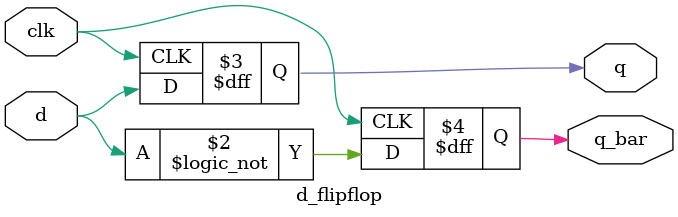
<source format=v>
module d_flipflop ( d, clk, q, q_bar);
input d ,clk;
output q, q_bar;
wire d ,clk;
reg q, q_bar;
   	 
always @ (posedge clk)
 begin
   q <= d;
   q_bar <=  ! d;
 end
 
endmodule

</source>
